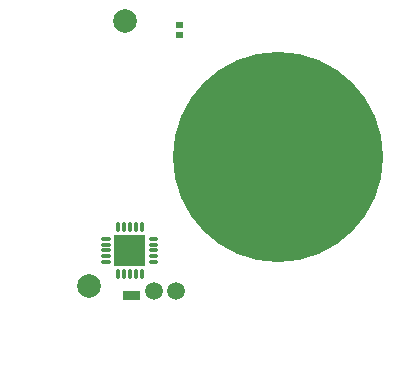
<source format=gbp>
G04 Layer: BottomPasteMaskLayer*
G04 EasyEDA v6.4.25, 2022-01-03T23:04:32--5:00*
G04 f870d6b240394c1986ede19cf4370902,f610eaca6985405d96f74a4a3e528675,10*
G04 Gerber Generator version 0.2*
G04 Scale: 100 percent, Rotated: No, Reflected: No *
G04 Dimensions in millimeters *
G04 leading zeros omitted , absolute positions ,4 integer and 5 decimal *
%FSLAX45Y45*%
%MOMM*%

%ADD12C,2.0000*%
%ADD15C,0.3000*%
%ADD16C,1.5000*%
%ADD18C,17.8001*%

%LPD*%
G36*
X954887Y-254812D02*
G01*
X950874Y-258775D01*
X950874Y-308864D01*
X954887Y-312877D01*
X1000912Y-312877D01*
X1004925Y-308864D01*
X1004925Y-258775D01*
X1000912Y-254812D01*
G37*
G36*
X954887Y-169722D02*
G01*
X950874Y-173736D01*
X950874Y-223824D01*
X954887Y-227787D01*
X1000912Y-227787D01*
X1004925Y-223824D01*
X1004925Y-173736D01*
X1000912Y-169722D01*
G37*
D15*
X733811Y-2008200D02*
G01*
X783813Y-2008200D01*
X733811Y-2058212D02*
G01*
X783813Y-2058212D01*
X733811Y-2108200D02*
G01*
X783813Y-2108200D01*
X733811Y-2158212D02*
G01*
X783813Y-2158212D01*
X733811Y-2208199D02*
G01*
X783813Y-2208199D01*
X658812Y-2283200D02*
G01*
X658812Y-2333200D01*
X608799Y-2283200D02*
G01*
X608799Y-2333200D01*
X558812Y-2283200D02*
G01*
X558812Y-2333200D01*
X508800Y-2283200D02*
G01*
X508800Y-2333200D01*
X458812Y-2283200D02*
G01*
X458812Y-2333200D01*
X333814Y-2208199D02*
G01*
X383814Y-2208199D01*
X333814Y-2158212D02*
G01*
X383814Y-2158212D01*
X333814Y-2108200D02*
G01*
X383814Y-2108200D01*
X333814Y-2058212D02*
G01*
X383814Y-2058212D01*
X333814Y-2008200D02*
G01*
X383814Y-2008200D01*
X458812Y-1883201D02*
G01*
X458812Y-1933201D01*
X508800Y-1883201D02*
G01*
X508800Y-1933201D01*
X558812Y-1883201D02*
G01*
X558812Y-1933201D01*
X608799Y-1883201D02*
G01*
X608799Y-1933201D01*
X658812Y-1883201D02*
G01*
X658812Y-1933201D01*
D12*
G01*
X520712Y-165100D03*
G01*
X215912Y-2413000D03*
D16*
G01*
X952512Y-2451100D03*
G01*
X762012Y-2451100D03*
G36*
X501500Y-2449200D02*
G01*
X641499Y-2449200D01*
X641499Y-2529199D01*
X501500Y-2529199D01*
G37*
D18*
G01*
X1816112Y-1320800D03*
G36*
X688787Y-1978187D02*
G01*
X428787Y-1978187D01*
X428787Y-2238187D01*
X688787Y-2238187D01*
G37*
M02*

</source>
